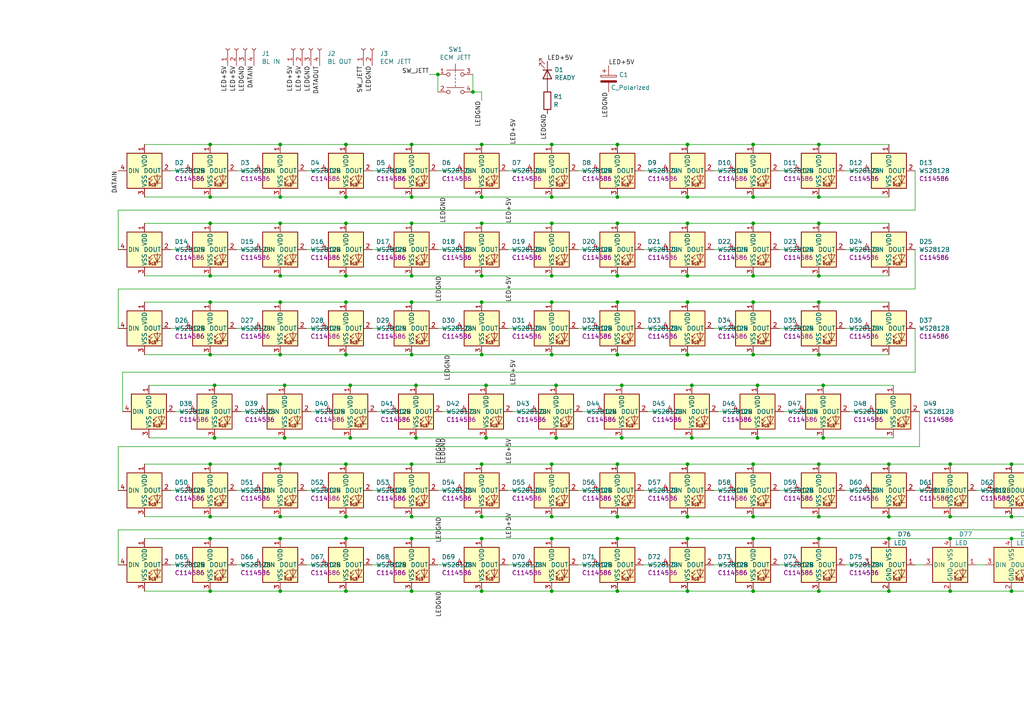
<source format=kicad_sch>
(kicad_sch (version 20211123) (generator eeschema)
  (paper "A4")
  (title_block (title "ECM DISP PANEL") (date "2023-02-10") (rev "3"))
  (junction (at 218.44 149.86))
  (junction (at 200.66 127))
  (junction (at 127 21.59))
  (junction (at 293.37 134.62))
  (junction (at 179.07 80.01))
  (junction (at 237.49 134.62))
  (junction (at 218.44 102.87))
  (junction (at 160.02 41.91))
  (junction (at 179.07 64.77))
  (junction (at 179.07 57.15))
  (junction (at 275.59 156.21))
  (junction (at 257.81 156.21))
  (junction (at 60.96 102.87))
  (junction (at 160.02 57.15))
  (junction (at 81.28 64.77))
  (junction (at 219.71 111.76))
  (junction (at 140.97 111.76))
  (junction (at 237.49 41.91))
  (junction (at 100.33 171.45))
  (junction (at 237.49 149.86))
  (junction (at 60.96 87.63))
  (junction (at 82.55 127))
  (junction (at 100.33 41.91))
  (junction (at 60.96 156.21))
  (junction (at 218.44 80.01))
  (junction (at 139.7 102.87))
  (junction (at 275.59 149.86))
  (junction (at 119.38 149.86))
  (junction (at 179.07 156.21))
  (junction (at 218.44 41.91))
  (junction (at 139.7 41.91))
  (junction (at 199.39 57.15))
  (junction (at 199.39 87.63))
  (junction (at 237.49 57.15))
  (junction (at 81.28 41.91))
  (junction (at 139.7 57.15))
  (junction (at 160.02 87.63))
  (junction (at 180.34 111.76))
  (junction (at 218.44 64.77))
  (junction (at 199.39 134.62))
  (junction (at 60.96 41.91))
  (junction (at 199.39 102.87))
  (junction (at 160.02 171.45))
  (junction (at 199.39 156.21))
  (junction (at 120.65 127))
  (junction (at 120.65 111.76))
  (junction (at 140.97 127))
  (junction (at 275.59 171.45))
  (junction (at 101.6 111.76))
  (junction (at 100.33 64.77))
  (junction (at 139.7 87.63))
  (junction (at 81.28 171.45))
  (junction (at 219.71 127))
  (junction (at 60.96 171.45))
  (junction (at 237.49 171.45))
  (junction (at 139.7 64.77))
  (junction (at 119.38 87.63))
  (junction (at 160.02 64.77))
  (junction (at 257.81 134.62))
  (junction (at 119.38 64.77))
  (junction (at 293.37 149.86))
  (junction (at 81.28 57.15))
  (junction (at 161.29 127))
  (junction (at 180.34 127))
  (junction (at 179.07 134.62))
  (junction (at 81.28 102.87))
  (junction (at 237.49 102.87))
  (junction (at 160.02 134.62))
  (junction (at 119.38 41.91))
  (junction (at 119.38 80.01))
  (junction (at 139.7 156.21))
  (junction (at 81.28 149.86))
  (junction (at 179.07 102.87))
  (junction (at 119.38 156.21))
  (junction (at 199.39 41.91))
  (junction (at 293.37 156.21))
  (junction (at 81.28 134.62))
  (junction (at 199.39 80.01))
  (junction (at 100.33 134.62))
  (junction (at 81.28 80.01))
  (junction (at 218.44 87.63))
  (junction (at 100.33 87.63))
  (junction (at 101.6 127))
  (junction (at 218.44 57.15))
  (junction (at 179.07 171.45))
  (junction (at 119.38 171.45))
  (junction (at 179.07 87.63))
  (junction (at 139.7 171.45))
  (junction (at 139.7 134.62))
  (junction (at 218.44 156.21))
  (junction (at 160.02 156.21))
  (junction (at 275.59 134.62))
  (junction (at 161.29 111.76))
  (junction (at 60.96 64.77))
  (junction (at 237.49 64.77))
  (junction (at 237.49 156.21))
  (junction (at 100.33 149.86))
  (junction (at 119.38 102.87))
  (junction (at 82.55 111.76))
  (junction (at 199.39 171.45))
  (junction (at 81.28 156.21))
  (junction (at 199.39 64.77))
  (junction (at 119.38 134.62))
  (junction (at 60.96 149.86))
  (junction (at 139.7 80.01))
  (junction (at 257.81 149.86))
  (junction (at 119.38 57.15))
  (junction (at 62.23 127))
  (junction (at 81.28 87.63))
  (junction (at 100.33 57.15))
  (junction (at 100.33 80.01))
  (junction (at 218.44 171.45))
  (junction (at 199.39 149.86))
  (junction (at 160.02 149.86))
  (junction (at 218.44 134.62))
  (junction (at 62.23 111.76))
  (junction (at 137.16 26.67))
  (junction (at 60.96 134.62))
  (junction (at 200.66 111.76))
  (junction (at 237.49 87.63))
  (junction (at 139.7 149.86))
  (junction (at 160.02 102.87))
  (junction (at 60.96 80.01))
  (junction (at 238.76 111.76))
  (junction (at 100.33 156.21))
  (junction (at 237.49 80.01))
  (junction (at 60.96 57.15))
  (junction (at 293.37 171.45))
  (junction (at 100.33 102.87))
  (junction (at 179.07 41.91))
  (junction (at 257.81 171.45))
  (junction (at 238.76 127))
  (junction (at 179.07 149.86))
  (junction (at 160.02 80.01))
  (wire (pts (xy 88.9 49.53) (xy 92.71 49.53)))
  (wire (pts (xy 237.49 171.45) (xy 257.81 171.45)))
  (wire (pts (xy 265.43 60.96) (xy 34.29 60.96)))
  (wire (pts (xy 100.33 57.15) (xy 119.38 57.15)))
  (wire (pts (xy 237.49 156.21) (xy 257.81 156.21)))
  (wire (pts (xy 179.07 41.91) (xy 160.02 41.91)))
  (wire (pts (xy 60.96 171.45) (xy 81.28 171.45)))
  (wire (pts (xy 139.7 80.01) (xy 160.02 80.01)))
  (wire (pts (xy 60.96 87.63) (xy 41.91 87.63)))
  (wire (pts (xy 218.44 87.63) (xy 199.39 87.63)))
  (wire (pts (xy 68.58 163.83) (xy 73.66 163.83)))
  (wire (pts (xy 100.33 87.63) (xy 81.28 87.63)))
  (wire (pts (xy 180.34 111.76) (xy 161.29 111.76)))
  (wire (pts (xy 218.44 64.77) (xy 199.39 64.77)))
  (wire (pts (xy 41.91 57.15) (xy 60.96 57.15)))
  (wire (pts (xy 218.44 102.87) (xy 237.49 102.87)))
  (wire (pts (xy 207.01 142.24) (xy 210.82 142.24)))
  (wire (pts (xy 200.66 127) (xy 219.71 127)))
  (wire (pts (xy 62.23 111.76) (xy 43.18 111.76)))
  (wire (pts (xy 257.81 87.63) (xy 237.49 87.63)))
  (wire (pts (xy 199.39 171.45) (xy 218.44 171.45)))
  (wire (pts (xy 186.69 163.83) (xy 191.77 163.83)))
  (wire (pts (xy 238.76 111.76) (xy 219.71 111.76)))
  (wire (pts (xy 82.55 127) (xy 101.6 127)))
  (wire (pts (xy 226.06 95.25) (xy 229.87 95.25)))
  (wire (pts (xy 168.91 119.38) (xy 172.72 119.38)))
  (wire (pts (xy 81.28 57.15) (xy 100.33 57.15)))
  (wire (pts (xy 34.29 129.54) (xy 34.29 142.24)))
  (wire (pts (xy 148.59 119.38) (xy 153.67 119.38)))
  (wire (pts (xy 139.7 26.67) (xy 137.16 26.67)))
  (wire (pts (xy 50.8 119.38) (xy 54.61 119.38)))
  (wire (pts (xy 266.7 119.38) (xy 266.7 129.54)))
  (wire (pts (xy 160.02 87.63) (xy 139.7 87.63)))
  (wire (pts (xy 139.7 29.21) (xy 139.7 26.67)))
  (wire (pts (xy 180.34 127) (xy 200.66 127)))
  (wire (pts (xy 160.02 149.86) (xy 179.07 149.86)))
  (wire (pts (xy 139.7 171.45) (xy 160.02 171.45)))
  (wire (pts (xy 127 142.24) (xy 132.08 142.24)))
  (wire (pts (xy 257.81 41.91) (xy 237.49 41.91)))
  (wire (pts (xy 245.11 142.24) (xy 250.19 142.24)))
  (wire (pts (xy 139.7 156.21) (xy 119.38 156.21)))
  (wire (pts (xy 167.64 49.53) (xy 171.45 49.53)))
  (wire (pts (xy 100.33 171.45) (xy 119.38 171.45)))
  (wire (pts (xy 41.91 102.87) (xy 60.96 102.87)))
  (wire (pts (xy 124.46 21.59) (xy 127 21.59)))
  (wire (pts (xy 101.6 111.76) (xy 82.55 111.76)))
  (wire (pts (xy 293.37 149.86) (xy 275.59 149.86)))
  (wire (pts (xy 100.33 102.87) (xy 119.38 102.87)))
  (wire (pts (xy 237.49 156.21) (xy 218.44 156.21)))
  (wire (pts (xy 200.66 111.76) (xy 180.34 111.76)))
  (wire (pts (xy 160.02 57.15) (xy 179.07 57.15)))
  (wire (pts (xy 161.29 111.76) (xy 140.97 111.76)))
  (wire (pts (xy 139.7 87.63) (xy 119.38 87.63)))
  (wire (pts (xy 139.7 134.62) (xy 119.38 134.62)))
  (wire (pts (xy 140.97 111.76) (xy 120.65 111.76)))
  (wire (pts (xy 179.07 149.86) (xy 199.39 149.86)))
  (wire (pts (xy 119.38 41.91) (xy 100.33 41.91)))
  (wire (pts (xy 257.81 171.45) (xy 275.59 171.45)))
  (wire (pts (xy 218.44 41.91) (xy 199.39 41.91)))
  (wire (pts (xy 179.07 171.45) (xy 199.39 171.45)))
  (wire (pts (xy 199.39 156.21) (xy 179.07 156.21)))
  (wire (pts (xy 199.39 87.63) (xy 179.07 87.63)))
  (wire (pts (xy 186.69 49.53) (xy 191.77 49.53)))
  (wire (pts (xy 265.43 95.25) (xy 265.43 107.95)))
  (wire (pts (xy 107.95 163.83) (xy 111.76 163.83)))
  (wire (pts (xy 119.38 64.77) (xy 100.33 64.77)))
  (wire (pts (xy 207.01 49.53) (xy 210.82 49.53)))
  (wire (pts (xy 218.44 57.15) (xy 237.49 57.15)))
  (wire (pts (xy 90.17 119.38) (xy 93.98 119.38)))
  (wire (pts (xy 167.64 95.25) (xy 171.45 95.25)))
  (wire (pts (xy 179.07 156.21) (xy 160.02 156.21)))
  (wire (pts (xy 265.43 72.39) (xy 265.43 83.82)))
  (wire (pts (xy 43.18 127) (xy 62.23 127)))
  (wire (pts (xy 60.96 134.62) (xy 41.91 134.62)))
  (wire (pts (xy 293.37 171.45) (xy 311.15 171.45)))
  (wire (pts (xy 171.45 72.39) (xy 167.64 72.39)))
  (wire (pts (xy 81.28 80.01) (xy 100.33 80.01)))
  (wire (pts (xy 207.01 95.25) (xy 210.82 95.25)))
  (wire (pts (xy 265.43 49.53) (xy 265.43 60.96)))
  (wire (pts (xy 100.33 149.86) (xy 119.38 149.86)))
  (wire (pts (xy 49.53 95.25) (xy 53.34 95.25)))
  (wire (pts (xy 227.33 119.38) (xy 231.14 119.38)))
  (wire (pts (xy 139.7 41.91) (xy 119.38 41.91)))
  (wire (pts (xy 199.39 41.91) (xy 179.07 41.91)))
  (wire (pts (xy 250.19 72.39) (xy 245.11 72.39)))
  (wire (pts (xy 245.11 49.53) (xy 250.19 49.53)))
  (wire (pts (xy 237.49 41.91) (xy 218.44 41.91)))
  (wire (pts (xy 147.32 95.25) (xy 152.4 95.25)))
  (wire (pts (xy 245.11 163.83) (xy 250.19 163.83)))
  (wire (pts (xy 246.38 119.38) (xy 251.46 119.38)))
  (wire (pts (xy 218.44 171.45) (xy 237.49 171.45)))
  (wire (pts (xy 160.02 156.21) (xy 139.7 156.21)))
  (wire (pts (xy 161.29 127) (xy 180.34 127)))
  (wire (pts (xy 35.56 107.95) (xy 35.56 119.38)))
  (wire (pts (xy 49.53 49.53) (xy 53.34 49.53)))
  (wire (pts (xy 293.37 156.21) (xy 311.15 156.21)))
  (wire (pts (xy 111.76 72.39) (xy 107.95 72.39)))
  (wire (pts (xy 218.44 156.21) (xy 199.39 156.21)))
  (wire (pts (xy 160.02 134.62) (xy 139.7 134.62)))
  (wire (pts (xy 119.38 102.87) (xy 139.7 102.87)))
  (wire (pts (xy 81.28 102.87) (xy 100.33 102.87)))
  (wire (pts (xy 68.58 142.24) (xy 73.66 142.24)))
  (wire (pts (xy 160.02 64.77) (xy 139.7 64.77)))
  (wire (pts (xy 60.96 149.86) (xy 81.28 149.86)))
  (wire (pts (xy 60.96 57.15) (xy 81.28 57.15)))
  (wire (pts (xy 137.16 26.67) (xy 137.16 21.59)))
  (wire (pts (xy 81.28 64.77) (xy 60.96 64.77)))
  (wire (pts (xy 73.66 72.39) (xy 68.58 72.39)))
  (wire (pts (xy 49.53 163.83) (xy 53.34 163.83)))
  (wire (pts (xy 81.28 149.86) (xy 100.33 149.86)))
  (wire (pts (xy 186.69 142.24) (xy 191.77 142.24)))
  (wire (pts (xy 41.91 80.01) (xy 60.96 80.01)))
  (wire (pts (xy 303.53 142.24) (xy 300.99 142.24)))
  (wire (pts (xy 160.02 102.87) (xy 179.07 102.87)))
  (wire (pts (xy 152.4 72.39) (xy 147.32 72.39)))
  (wire (pts (xy 88.9 163.83) (xy 92.71 163.83)))
  (wire (pts (xy 226.06 163.83) (xy 229.87 163.83)))
  (wire (pts (xy 41.91 149.86) (xy 60.96 149.86)))
  (wire (pts (xy 119.38 134.62) (xy 100.33 134.62)))
  (wire (pts (xy 179.07 87.63) (xy 160.02 87.63)))
  (wire (pts (xy 100.33 80.01) (xy 119.38 80.01)))
  (wire (pts (xy 60.96 156.21) (xy 41.91 156.21)))
  (wire (pts (xy 88.9 95.25) (xy 92.71 95.25)))
  (wire (pts (xy 34.29 83.82) (xy 34.29 95.25)))
  (wire (pts (xy 119.38 80.01) (xy 139.7 80.01)))
  (wire (pts (xy 199.39 134.62) (xy 179.07 134.62)))
  (wire (pts (xy 179.07 64.77) (xy 160.02 64.77)))
  (wire (pts (xy 257.81 64.77) (xy 237.49 64.77)))
  (wire (pts (xy 147.32 142.24) (xy 152.4 142.24)))
  (wire (pts (xy 293.37 134.62) (xy 275.59 134.62)))
  (wire (pts (xy 167.64 142.24) (xy 171.45 142.24)))
  (wire (pts (xy 128.27 119.38) (xy 133.35 119.38)))
  (wire (pts (xy 147.32 163.83) (xy 152.4 163.83)))
  (wire (pts (xy 311.15 149.86) (xy 293.37 149.86)))
  (wire (pts (xy 179.07 102.87) (xy 199.39 102.87)))
  (wire (pts (xy 127 163.83) (xy 132.08 163.83)))
  (wire (pts (xy 257.81 156.21) (xy 275.59 156.21)))
  (wire (pts (xy 237.49 134.62) (xy 218.44 134.62)))
  (wire (pts (xy 60.96 80.01) (xy 81.28 80.01)))
  (wire (pts (xy 238.76 127) (xy 259.08 127)))
  (wire (pts (xy 218.44 80.01) (xy 237.49 80.01)))
  (wire (pts (xy 119.38 87.63) (xy 100.33 87.63)))
  (wire (pts (xy 100.33 64.77) (xy 81.28 64.77)))
  (wire (pts (xy 68.58 49.53) (xy 73.66 49.53)))
  (wire (pts (xy 49.53 142.24) (xy 53.34 142.24)))
  (wire (pts (xy 127 49.53) (xy 132.08 49.53)))
  (wire (pts (xy 120.65 111.76) (xy 101.6 111.76)))
  (wire (pts (xy 160.02 41.91) (xy 139.7 41.91)))
  (wire (pts (xy 68.58 95.25) (xy 73.66 95.25)))
  (wire (pts (xy 100.33 41.91) (xy 81.28 41.91)))
  (wire (pts (xy 265.43 107.95) (xy 35.56 107.95)))
  (wire (pts (xy 160.02 171.45) (xy 179.07 171.45)))
  (wire (pts (xy 88.9 142.24) (xy 92.71 142.24)))
  (wire (pts (xy 119.38 171.45) (xy 139.7 171.45)))
  (wire (pts (xy 140.97 127) (xy 161.29 127)))
  (wire (pts (xy 81.28 134.62) (xy 60.96 134.62)))
  (wire (pts (xy 199.39 102.87) (xy 218.44 102.87)))
  (wire (pts (xy 275.59 171.45) (xy 293.37 171.45)))
  (wire (pts (xy 226.06 49.53) (xy 229.87 49.53)))
  (wire (pts (xy 81.28 171.45) (xy 100.33 171.45)))
  (wire (pts (xy 167.64 163.83) (xy 171.45 163.83)))
  (wire (pts (xy 218.44 149.86) (xy 237.49 149.86)))
  (wire (pts (xy 53.34 72.39) (xy 49.53 72.39)))
  (wire (pts (xy 265.43 83.82) (xy 34.29 83.82)))
  (wire (pts (xy 237.49 149.86) (xy 257.81 149.86)))
  (wire (pts (xy 81.28 41.91) (xy 60.96 41.91)))
  (wire (pts (xy 210.82 72.39) (xy 207.01 72.39)))
  (wire (pts (xy 107.95 49.53) (xy 111.76 49.53)))
  (wire (pts (xy 218.44 134.62) (xy 199.39 134.62)))
  (wire (pts (xy 100.33 134.62) (xy 81.28 134.62)))
  (wire (pts (xy 259.08 111.76) (xy 238.76 111.76)))
  (wire (pts (xy 139.7 57.15) (xy 160.02 57.15)))
  (wire (pts (xy 60.96 41.91) (xy 41.91 41.91)))
  (wire (pts (xy 120.65 127) (xy 140.97 127)))
  (wire (pts (xy 199.39 80.01) (xy 218.44 80.01)))
  (wire (pts (xy 267.97 142.24) (xy 265.43 142.24)))
  (wire (pts (xy 219.71 127) (xy 238.76 127)))
  (wire (pts (xy 119.38 156.21) (xy 100.33 156.21)))
  (wire (pts (xy 109.22 119.38) (xy 113.03 119.38)))
  (wire (pts (xy 34.29 60.96) (xy 34.29 72.39)))
  (wire (pts (xy 266.7 129.54) (xy 34.29 129.54)))
  (wire (pts (xy 186.69 95.25) (xy 191.77 95.25)))
  (wire (pts (xy 267.97 163.83) (xy 265.43 163.83)))
  (wire (pts (xy 139.7 149.86) (xy 160.02 149.86)))
  (wire (pts (xy 275.59 149.86) (xy 257.81 149.86)))
  (wire (pts (xy 275.59 156.21) (xy 293.37 156.21)))
  (wire (pts (xy 237.49 87.63) (xy 218.44 87.63)))
  (wire (pts (xy 229.87 72.39) (xy 226.06 72.39)))
  (wire (pts (xy 127 95.25) (xy 132.08 95.25)))
  (wire (pts (xy 139.7 64.77) (xy 119.38 64.77)))
  (wire (pts (xy 199.39 149.86) (xy 218.44 149.86)))
  (wire (pts (xy 107.95 142.24) (xy 111.76 142.24)))
  (wire (pts (xy 237.49 80.01) (xy 257.81 80.01)))
  (wire (pts (xy 208.28 119.38) (xy 212.09 119.38)))
  (wire (pts (xy 100.33 156.21) (xy 81.28 156.21)))
  (wire (pts (xy 318.77 142.24) (xy 318.77 153.67)))
  (wire (pts (xy 257.81 134.62) (xy 237.49 134.62)))
  (wire (pts (xy 132.08 72.39) (xy 127 72.39)))
  (wire (pts (xy 285.75 142.24) (xy 283.21 142.24)))
  (wire (pts (xy 199.39 57.15) (xy 218.44 57.15)))
  (wire (pts (xy 187.96 119.38) (xy 193.04 119.38)))
  (wire (pts (xy 311.15 134.62) (xy 293.37 134.62)))
  (wire (pts (xy 303.53 163.83) (xy 300.99 163.83)))
  (wire (pts (xy 179.07 134.62) (xy 160.02 134.62)))
  (wire (pts (xy 275.59 134.62) (xy 257.81 134.62)))
  (wire (pts (xy 119.38 149.86) (xy 139.7 149.86)))
  (wire (pts (xy 285.75 163.83) (xy 283.21 163.83)))
  (wire (pts (xy 60.96 102.87) (xy 81.28 102.87)))
  (wire (pts (xy 41.91 171.45) (xy 60.96 171.45)))
  (wire (pts (xy 62.23 127) (xy 82.55 127)))
  (wire (pts (xy 199.39 64.77) (xy 179.07 64.77)))
  (wire (pts (xy 179.07 80.01) (xy 199.39 80.01)))
  (wire (pts (xy 237.49 57.15) (xy 257.81 57.15)))
  (wire (pts (xy 237.49 102.87) (xy 257.81 102.87)))
  (wire (pts (xy 119.38 57.15) (xy 139.7 57.15)))
  (wire (pts (xy 245.11 95.25) (xy 250.19 95.25)))
  (wire (pts (xy 34.29 153.67) (xy 34.29 163.83)))
  (wire (pts (xy 207.01 163.83) (xy 210.82 163.83)))
  (wire (pts (xy 147.32 49.53) (xy 152.4 49.53)))
  (wire (pts (xy 226.06 142.24) (xy 229.87 142.24)))
  (wire (pts (xy 92.71 72.39) (xy 88.9 72.39)))
  (wire (pts (xy 81.28 87.63) (xy 60.96 87.63)))
  (wire (pts (xy 81.28 156.21) (xy 60.96 156.21)))
  (wire (pts (xy 237.49 64.77) (xy 218.44 64.77)))
  (wire (pts (xy 127 21.59) (xy 127 26.67)))
  (wire (pts (xy 139.7 102.87) (xy 160.02 102.87)))
  (wire (pts (xy 101.6 127) (xy 120.65 127)))
  (wire (pts (xy 60.96 64.77) (xy 41.91 64.77)))
  (wire (pts (xy 179.07 57.15) (xy 199.39 57.15)))
  (wire (pts (xy 69.85 119.38) (xy 74.93 119.38)))
  (wire (pts (xy 82.55 111.76) (xy 62.23 111.76)))
  (wire (pts (xy 318.77 153.67) (xy 34.29 153.67)))
  (wire (pts (xy 160.02 80.01) (xy 179.07 80.01)))
  (wire (pts (xy 219.71 111.76) (xy 200.66 111.76)))
  (wire (pts (xy 107.95 95.25) (xy 111.76 95.25)))
  (wire (pts (xy 191.77 72.39) (xy 186.69 72.39)))
  (label "LED+5V" (at 68.58 19.05 270))
  (label "LEDGND" (at 107.95 19.05 270))
  (label "LEDGND" (at 139.7 29.21 270))
  (label "LED+5V" (at 158.75 17.78 0))
  (label "DATAOUT" (at 92.71 19.05 270))
  (label "LEDGND" (at 130.81 102.87 270))
  (label "SW_JETT" (at 105.41 19.05 270))
  (label "LED+5V" (at 148.59 156.21 90))
  (label "LED+5V" (at 149.86 41.91 90))
  (label "LED+5V" (at 85.09 19.05 270))
  (label "LED+5V" (at 148.59 87.63 90))
  (label "SW_JETT" (at 124.46 21.59 180))
  (label "LED+5V" (at 149.86 111.76 90))
  (label "LED+5V" (at 66.04 19.05 270))
  (label "DATAIN" (at 73.66 19.05 270))
  (label "LEDGND" (at 71.12 19.05 270))
  (label "LEDGND" (at 129.54 127 270))
  (label "LED+5V" (at 148.59 134.62 90))
  (label "LED+5V" (at 87.63 19.05 270))
  (label "LEDGND" (at 128.27 149.86 270))
  (label "LEDGND" (at 129.54 57.15 270))
  (label "LEDGND" (at 90.17 19.05 270))
  (label "LEDGND" (at 128.27 127 270))
  (label "LED+5V" (at 148.59 64.77 90))
  (label "DATAOUT" (at 318.77 163.83 0))
  (label "LEDGND" (at 176.53 26.67 270))
  (label "LEDGND" (at 128.27 171.45 270))
  (label "DATAIN" (at 34.29 49.53 270))
  (label "LEDGND" (at 158.75 33.02 270))
  (label "LEDGND" (at 128.27 80.01 270))
  (label "LED+5V" (at 176.53 19.05 0))
  (symbol (lib_id "LED:WS2812B") (at 293.37 142.24 0) (unit 1)
    (property "Reference" "D63" (at 302.1076 139.9286 0) (effects (justify left)))
    (property "Value" "WS2812B" (at 302.1076 142.24 0) (effects (justify left)))
    (property "Footprint" "LED_SMD:LED_WS2812B_PLCC4_5.0x5.0mm_P3.2mm" (effects hide))
    (property "Datasheet" "https://cdn-shop.adafruit.com/datasheets/WS2812B.pdf" (effects hide))
    (property "LCSC Part Number" "C114586" (at 302.1076 144.5514 0) (effects (justify left)))
  )
  (symbol (lib_id "LED:WS2812B") (at 311.15 142.24 0) (unit 1)
    (property "Reference" "D64" (at 319.8876 139.9286 0) (effects (justify left)))
    (property "Value" "WS2812B" (at 319.8876 142.24 0) (effects (justify left)))
    (property "Footprint" "LED_SMD:LED_WS2812B_PLCC4_5.0x5.0mm_P3.2mm" (effects hide))
    (property "Datasheet" "https://cdn-shop.adafruit.com/datasheets/WS2812B.pdf" (effects hide))
    (property "LCSC Part Number" "C114586" (at 319.8876 144.5514 0) (effects (justify left)))
  )
  (symbol (lib_id "LED:WS2812B") (at 41.91 163.83 0) (unit 1)
    (property "Reference" "D65" (at 50.6476 161.5186 0) (effects (justify left)))
    (property "Value" "WS2812B" (at 50.6476 163.83 0) (effects (justify left)))
    (property "Footprint" "LED_SMD:LED_WS2812B_PLCC4_5.0x5.0mm_P3.2mm" (effects hide))
    (property "Datasheet" "https://cdn-shop.adafruit.com/datasheets/WS2812B.pdf" (effects hide))
    (property "LCSC Part Number" "C114586" (at 50.6476 166.1414 0) (effects (justify left)))
  )
  (symbol (lib_id "LED:WS2812B") (at 60.96 163.83 0) (unit 1)
    (property "Reference" "D66" (at 69.6976 161.5186 0) (effects (justify left)))
    (property "Value" "WS2812B" (at 69.6976 163.83 0) (effects (justify left)))
    (property "Footprint" "LED_SMD:LED_WS2812B_PLCC4_5.0x5.0mm_P3.2mm" (effects hide))
    (property "Datasheet" "https://cdn-shop.adafruit.com/datasheets/WS2812B.pdf" (effects hide))
    (property "LCSC Part Number" "C114586" (at 69.6976 166.1414 0) (effects (justify left)))
  )
  (symbol (lib_id "LED:WS2812B") (at 81.28 163.83 0) (unit 1)
    (property "Reference" "D67" (at 90.0176 161.5186 0) (effects (justify left)))
    (property "Value" "WS2812B" (at 90.0176 163.83 0) (effects (justify left)))
    (property "Footprint" "LED_SMD:LED_WS2812B_PLCC4_5.0x5.0mm_P3.2mm" (effects hide))
    (property "Datasheet" "https://cdn-shop.adafruit.com/datasheets/WS2812B.pdf" (effects hide))
    (property "LCSC Part Number" "C114586" (at 90.0176 166.1414 0) (effects (justify left)))
  )
  (symbol (lib_id "LED:WS2812B") (at 100.33 163.83 0) (unit 1)
    (property "Reference" "D68" (at 109.0676 161.5186 0) (effects (justify left)))
    (property "Value" "WS2812B" (at 109.0676 163.83 0) (effects (justify left)))
    (property "Footprint" "LED_SMD:LED_WS2812B_PLCC4_5.0x5.0mm_P3.2mm" (effects hide))
    (property "Datasheet" "https://cdn-shop.adafruit.com/datasheets/WS2812B.pdf" (effects hide))
    (property "LCSC Part Number" "C114586" (at 109.0676 166.1414 0) (effects (justify left)))
  )
  (symbol (lib_id "LED:WS2812B") (at 119.38 163.83 0) (unit 1)
    (property "Reference" "D69" (at 128.1176 161.5186 0) (effects (justify left)))
    (property "Value" "WS2812B" (at 128.1176 163.83 0) (effects (justify left)))
    (property "Footprint" "LED_SMD:LED_WS2812B_PLCC4_5.0x5.0mm_P3.2mm" (effects hide))
    (property "Datasheet" "https://cdn-shop.adafruit.com/datasheets/WS2812B.pdf" (effects hide))
    (property "LCSC Part Number" "C114586" (at 128.1176 166.1414 0) (effects (justify left)))
  )
  (symbol (lib_id "LED:WS2812B") (at 139.7 163.83 0) (unit 1)
    (property "Reference" "D70" (at 148.4376 161.5186 0) (effects (justify left)))
    (property "Value" "WS2812B" (at 148.4376 163.83 0) (effects (justify left)))
    (property "Footprint" "LED_SMD:LED_WS2812B_PLCC4_5.0x5.0mm_P3.2mm" (effects hide))
    (property "Datasheet" "https://cdn-shop.adafruit.com/datasheets/WS2812B.pdf" (effects hide))
    (property "LCSC Part Number" "C114586" (at 148.4376 166.1414 0) (effects (justify left)))
  )
  (symbol (lib_id "LED:WS2812B") (at 160.02 163.83 0) (unit 1)
    (property "Reference" "D71" (at 168.7576 161.5186 0) (effects (justify left)))
    (property "Value" "WS2812B" (at 168.7576 163.83 0) (effects (justify left)))
    (property "Footprint" "LED_SMD:LED_WS2812B_PLCC4_5.0x5.0mm_P3.2mm" (effects hide))
    (property "Datasheet" "https://cdn-shop.adafruit.com/datasheets/WS2812B.pdf" (effects hide))
    (property "LCSC Part Number" "C114586" (at 168.7576 166.1414 0) (effects (justify left)))
  )
  (symbol (lib_id "LED:WS2812B") (at 179.07 163.83 0) (unit 1)
    (property "Reference" "D72" (at 187.8076 161.5186 0) (effects (justify left)))
    (property "Value" "WS2812B" (at 187.8076 163.83 0) (effects (justify left)))
    (property "Footprint" "LED_SMD:LED_WS2812B_PLCC4_5.0x5.0mm_P3.2mm" (effects hide))
    (property "Datasheet" "https://cdn-shop.adafruit.com/datasheets/WS2812B.pdf" (effects hide))
    (property "LCSC Part Number" "C114586" (at 187.8076 166.1414 0) (effects (justify left)))
  )
  (symbol (lib_id "LED:WS2812B") (at 199.39 163.83 0) (unit 1)
    (property "Reference" "D73" (at 208.1276 161.5186 0) (effects (justify left)))
    (property "Value" "WS2812B" (at 208.1276 163.83 0) (effects (justify left)))
    (property "Footprint" "LED_SMD:LED_WS2812B_PLCC4_5.0x5.0mm_P3.2mm" (effects hide))
    (property "Datasheet" "https://cdn-shop.adafruit.com/datasheets/WS2812B.pdf" (effects hide))
    (property "LCSC Part Number" "C114586" (at 208.1276 166.1414 0) (effects (justify left)))
  )
  (symbol (lib_id "LED:WS2812B") (at 237.49 163.83 0) (unit 1)
    (property "Reference" "D75" (at 246.2276 161.5186 0) (effects (justify left)))
    (property "Value" "WS2812B" (at 246.2276 163.83 0) (effects (justify left)))
    (property "Footprint" "LED_SMD:LED_WS2812B_PLCC4_5.0x5.0mm_P3.2mm" (effects hide))
    (property "Datasheet" "https://cdn-shop.adafruit.com/datasheets/WS2812B.pdf" (effects hide))
    (property "LCSC Part Number" "C114586" (at 246.2276 166.1414 0) (effects (justify left)))
  )
  (symbol (lib_id "LED:WS2812B") (at 218.44 163.83 0) (unit 1)
    (property "Reference" "D74" (at 227.1776 161.5186 0) (effects (justify left)))
    (property "Value" "WS2812B" (at 227.1776 163.83 0) (effects (justify left)))
    (property "Footprint" "LED_SMD:LED_WS2812B_PLCC4_5.0x5.0mm_P3.2mm" (effects hide))
    (property "Datasheet" "https://cdn-shop.adafruit.com/datasheets/WS2812B.pdf" (effects hide))
    (property "LCSC Part Number" "C114586" (at 227.1776 166.1414 0) (effects (justify left)))
  )
  (symbol (lib_id "Connector:Conn_01x02_Female") (at 105.41 13.97 90) (unit 1)
    (property "Reference" "J3" (at 110.1852 15.5448 90) (effects (justify right)))
    (property "Value" "ECM JETT" (at 110.1852 17.8562 90) (effects (justify right)))
    (property "Footprint" "Connector_Molex:Molex_KK-254_AE-6410-02A_1x02_P2.54mm_Vertical" (effects hide))
  )
  (symbol (lib_id "LED:WS2812B") (at 41.91 49.53 0) (unit 1)
    (property "Reference" "D2" (at 50.6476 47.2186 0) (effects (justify left)))
    (property "Value" "WS2812B" (at 50.6476 49.53 0) (effects (justify left)))
    (property "Footprint" "LED_SMD:LED_WS2812B_PLCC4_5.0x5.0mm_P3.2mm" (effects hide))
    (property "Datasheet" "https://cdn-shop.adafruit.com/datasheets/WS2812B.pdf" (effects hide))
    (property "LCSC Part Number" "C114586" (at 50.6476 51.8414 0) (effects (justify left)))
  )
  (symbol (lib_id "Connector:Conn_01x04_Female") (at 68.58 13.97 90) (unit 1)
    (property "Reference" "J1" (at 75.8952 15.5448 90) (effects (justify right)))
    (property "Value" "BL IN" (at 75.8952 17.8562 90) (effects (justify right)))
    (property "Footprint" "Connector_Molex:Molex_Mini-Fit_Jr_5566-04A_2x02_P4.20mm_Vertical" (effects hide))
  )
  (symbol (lib_id "Connector:Conn_01x04_Female") (at 87.63 13.97 90) (unit 1)
    (property "Reference" "J2" (at 94.9452 15.5448 90) (effects (justify right)))
    (property "Value" "BL OUT" (at 94.9452 17.8562 90) (effects (justify right)))
    (property "Footprint" "Connector_Molex:Molex_Mini-Fit_Jr_5566-04A_2x02_P4.20mm_Vertical" (effects hide))
  )
  (symbol (lib_id "LED:WS2812B") (at 60.96 49.53 0) (unit 1)
    (property "Reference" "D3" (at 69.6976 47.2186 0) (effects (justify left)))
    (property "Value" "WS2812B" (at 69.6976 49.53 0) (effects (justify left)))
    (property "Footprint" "LED_SMD:LED_WS2812B_PLCC4_5.0x5.0mm_P3.2mm" (effects hide))
    (property "Datasheet" "https://cdn-shop.adafruit.com/datasheets/WS2812B.pdf" (effects hide))
    (property "LCSC Part Number" "C114586" (at 69.6976 51.8414 0) (effects (justify left)))
  )
  (symbol (lib_id "LED:WS2812B") (at 81.28 49.53 0) (unit 1)
    (property "Reference" "D4" (at 90.0176 47.2186 0) (effects (justify left)))
    (property "Value" "WS2812B" (at 90.0176 49.53 0) (effects (justify left)))
    (property "Footprint" "LED_SMD:LED_WS2812B_PLCC4_5.0x5.0mm_P3.2mm" (effects hide))
    (property "Datasheet" "https://cdn-shop.adafruit.com/datasheets/WS2812B.pdf" (effects hide))
    (property "LCSC Part Number" "C114586" (at 90.0176 51.8414 0) (effects (justify left)))
  )
  (symbol (lib_id "LED:WS2812B") (at 100.33 49.53 0) (unit 1)
    (property "Reference" "D5" (at 109.0676 47.2186 0) (effects (justify left)))
    (property "Value" "WS2812B" (at 109.0676 49.53 0) (effects (justify left)))
    (property "Footprint" "LED_SMD:LED_WS2812B_PLCC4_5.0x5.0mm_P3.2mm" (effects hide))
    (property "Datasheet" "https://cdn-shop.adafruit.com/datasheets/WS2812B.pdf" (effects hide))
    (property "LCSC Part Number" "C114586" (at 109.0676 51.8414 0) (effects (justify left)))
  )
  (symbol (lib_id "LED:WS2812B") (at 119.38 49.53 0) (unit 1)
    (property "Reference" "D6" (at 128.1176 47.2186 0) (effects (justify left)))
    (property "Value" "WS2812B" (at 128.1176 49.53 0) (effects (justify left)))
    (property "Footprint" "LED_SMD:LED_WS2812B_PLCC4_5.0x5.0mm_P3.2mm" (effects hide))
    (property "Datasheet" "https://cdn-shop.adafruit.com/datasheets/WS2812B.pdf" (effects hide))
    (property "LCSC Part Number" "C114586" (at 128.1176 51.8414 0) (effects (justify left)))
  )
  (symbol (lib_id "LED:WS2812B") (at 139.7 49.53 0) (unit 1)
    (property "Reference" "D7" (at 148.4376 47.2186 0) (effects (justify left)))
    (property "Value" "WS2812B" (at 148.4376 49.53 0) (effects (justify left)))
    (property "Footprint" "LED_SMD:LED_WS2812B_PLCC4_5.0x5.0mm_P3.2mm" (effects hide))
    (property "Datasheet" "https://cdn-shop.adafruit.com/datasheets/WS2812B.pdf" (effects hide))
    (property "LCSC Part Number" "C114586" (at 148.4376 51.8414 0) (effects (justify left)))
  )
  (symbol (lib_id "LED:WS2812B") (at 160.02 49.53 0) (unit 1)
    (property "Reference" "D8" (at 168.7576 47.2186 0) (effects (justify left)))
    (property "Value" "WS2812B" (at 168.7576 49.53 0) (effects (justify left)))
    (property "Footprint" "LED_SMD:LED_WS2812B_PLCC4_5.0x5.0mm_P3.2mm" (effects hide))
    (property "Datasheet" "https://cdn-shop.adafruit.com/datasheets/WS2812B.pdf" (effects hide))
    (property "LCSC Part Number" "C114586" (at 168.7576 51.8414 0) (effects (justify left)))
  )
  (symbol (lib_id "LED:WS2812B") (at 179.07 49.53 0) (unit 1)
    (property "Reference" "D9" (at 187.8076 47.2186 0) (effects (justify left)))
    (property "Value" "WS2812B" (at 187.8076 49.53 0) (effects (justify left)))
    (property "Footprint" "LED_SMD:LED_WS2812B_PLCC4_5.0x5.0mm_P3.2mm" (effects hide))
    (property "Datasheet" "https://cdn-shop.adafruit.com/datasheets/WS2812B.pdf" (effects hide))
    (property "LCSC Part Number" "C114586" (at 187.8076 51.8414 0) (effects (justify left)))
  )
  (symbol (lib_id "LED:WS2812B") (at 199.39 49.53 0) (unit 1)
    (property "Reference" "D10" (at 208.1276 47.2186 0) (effects (justify left)))
    (property "Value" "WS2812B" (at 208.1276 49.53 0) (effects (justify left)))
    (property "Footprint" "LED_SMD:LED_WS2812B_PLCC4_5.0x5.0mm_P3.2mm" (effects hide))
    (property "Datasheet" "https://cdn-shop.adafruit.com/datasheets/WS2812B.pdf" (effects hide))
    (property "LCSC Part Number" "C114586" (at 208.1276 51.8414 0) (effects (justify left)))
  )
  (symbol (lib_id "LED:WS2812B") (at 218.44 49.53 0) (unit 1)
    (property "Reference" "D11" (at 227.1776 47.2186 0) (effects (justify left)))
    (property "Value" "WS2812B" (at 227.1776 49.53 0) (effects (justify left)))
    (property "Footprint" "LED_SMD:LED_WS2812B_PLCC4_5.0x5.0mm_P3.2mm" (effects hide))
    (property "Datasheet" "https://cdn-shop.adafruit.com/datasheets/WS2812B.pdf" (effects hide))
    (property "LCSC Part Number" "C114586" (at 227.1776 51.8414 0) (effects (justify left)))
  )
  (symbol (lib_id "LED:WS2812B") (at 237.49 49.53 0) (unit 1)
    (property "Reference" "D12" (at 246.2276 47.2186 0) (effects (justify left)))
    (property "Value" "WS2812B" (at 246.2276 49.53 0) (effects (justify left)))
    (property "Footprint" "LED_SMD:LED_WS2812B_PLCC4_5.0x5.0mm_P3.2mm" (effects hide))
    (property "Datasheet" "https://cdn-shop.adafruit.com/datasheets/WS2812B.pdf" (effects hide))
    (property "LCSC Part Number" "C114586" (at 246.2276 51.8414 0) (effects (justify left)))
  )
  (symbol (lib_id "LED:WS2812B") (at 257.81 49.53 0) (unit 1)
    (property "Reference" "D13" (at 266.5476 47.2186 0) (effects (justify left)))
    (property "Value" "WS2812B" (at 266.5476 49.53 0) (effects (justify left)))
    (property "Footprint" "LED_SMD:LED_WS2812B_PLCC4_5.0x5.0mm_P3.2mm" (effects hide))
    (property "Datasheet" "https://cdn-shop.adafruit.com/datasheets/WS2812B.pdf" (effects hide))
    (property "LCSC Part Number" "C114586" (at 266.5476 51.8414 0) (effects (justify left)))
  )
  (symbol (lib_id "LED:WS2812B") (at 41.91 72.39 0) (unit 1)
    (property "Reference" "D14" (at 50.6476 70.0786 0) (effects (justify left)))
    (property "Value" "WS2812B" (at 50.6476 72.39 0) (effects (justify left)))
    (property "Footprint" "LED_SMD:LED_WS2812B_PLCC4_5.0x5.0mm_P3.2mm" (effects hide))
    (property "Datasheet" "https://cdn-shop.adafruit.com/datasheets/WS2812B.pdf" (effects hide))
    (property "LCSC Part Number" "C114586" (at 50.6476 74.7014 0) (effects (justify left)))
  )
  (symbol (lib_id "LED:WS2812B") (at 60.96 72.39 0) (unit 1)
    (property "Reference" "D15" (at 69.6976 70.0786 0) (effects (justify left)))
    (property "Value" "WS2812B" (at 69.6976 72.39 0) (effects (justify left)))
    (property "Footprint" "LED_SMD:LED_WS2812B_PLCC4_5.0x5.0mm_P3.2mm" (effects hide))
    (property "Datasheet" "https://cdn-shop.adafruit.com/datasheets/WS2812B.pdf" (effects hide))
    (property "LCSC Part Number" "C114586" (at 69.6976 74.7014 0) (effects (justify left)))
  )
  (symbol (lib_id "LED:WS2812B") (at 81.28 72.39 0) (unit 1)
    (property "Reference" "D16" (at 90.0176 70.0786 0) (effects (justify left)))
    (property "Value" "WS2812B" (at 90.0176 72.39 0) (effects (justify left)))
    (property "Footprint" "LED_SMD:LED_WS2812B_PLCC4_5.0x5.0mm_P3.2mm" (effects hide))
    (property "Datasheet" "https://cdn-shop.adafruit.com/datasheets/WS2812B.pdf" (effects hide))
    (property "LCSC Part Number" "C114586" (at 90.0176 74.7014 0) (effects (justify left)))
  )
  (symbol (lib_id "LED:WS2812B") (at 100.33 72.39 0) (unit 1)
    (property "Reference" "D17" (at 109.0676 70.0786 0) (effects (justify left)))
    (property "Value" "WS2812B" (at 109.0676 72.39 0) (effects (justify left)))
    (property "Footprint" "LED_SMD:LED_WS2812B_PLCC4_5.0x5.0mm_P3.2mm" (effects hide))
    (property "Datasheet" "https://cdn-shop.adafruit.com/datasheets/WS2812B.pdf" (effects hide))
    (property "LCSC Part Number" "C114586" (at 109.0676 74.7014 0) (effects (justify left)))
  )
  (symbol (lib_id "LED:WS2812B") (at 119.38 72.39 0) (unit 1)
    (property "Reference" "D18" (at 128.1176 70.0786 0) (effects (justify left)))
    (property "Value" "WS2812B" (at 128.1176 72.39 0) (effects (justify left)))
    (property "Footprint" "LED_SMD:LED_WS2812B_PLCC4_5.0x5.0mm_P3.2mm" (effects hide))
    (property "Datasheet" "https://cdn-shop.adafruit.com/datasheets/WS2812B.pdf" (effects hide))
    (property "LCSC Part Number" "C114586" (at 128.1176 74.7014 0) (effects (justify left)))
  )
  (symbol (lib_id "LED:WS2812B") (at 139.7 72.39 0) (unit 1)
    (property "Reference" "D19" (at 148.4376 70.0786 0) (effects (justify left)))
    (property "Value" "WS2812B" (at 148.4376 72.39 0) (effects (justify left)))
    (property "Footprint" "LED_SMD:LED_WS2812B_PLCC4_5.0x5.0mm_P3.2mm" (effects hide))
    (property "Datasheet" "https://cdn-shop.adafruit.com/datasheets/WS2812B.pdf" (effects hide))
    (property "LCSC Part Number" "C114586" (at 148.4376 74.7014 0) (effects (justify left)))
  )
  (symbol (lib_id "LED:WS2812B") (at 160.02 72.39 0) (unit 1)
    (property "Reference" "D20" (at 168.7576 70.0786 0) (effects (justify left)))
    (property "Value" "WS2812B" (at 168.7576 72.39 0) (effects (justify left)))
    (property "Footprint" "LED_SMD:LED_WS2812B_PLCC4_5.0x5.0mm_P3.2mm" (effects hide))
    (property "Datasheet" "https://cdn-shop.adafruit.com/datasheets/WS2812B.pdf" (effects hide))
    (property "LCSC Part Number" "C114586" (at 168.7576 74.7014 0) (effects (justify left)))
  )
  (symbol (lib_id "LED:WS2812B") (at 179.07 72.39 0) (unit 1)
    (property "Reference" "D21" (at 187.8076 70.0786 0) (effects (justify left)))
    (property "Value" "WS2812B" (at 187.8076 72.39 0) (effects (justify left)))
    (property "Footprint" "LED_SMD:LED_WS2812B_PLCC4_5.0x5.0mm_P3.2mm" (effects hide))
    (property "Datasheet" "https://cdn-shop.adafruit.com/datasheets/WS2812B.pdf" (effects hide))
    (property "LCSC Part Number" "C114586" (at 187.8076 74.7014 0) (effects (justify left)))
  )
  (symbol (lib_id "LED:WS2812B") (at 199.39 72.39 0) (unit 1)
    (property "Reference" "D22" (at 208.1276 70.0786 0) (effects (justify left)))
    (property "Value" "WS2812B" (at 208.1276 72.39 0) (effects (justify left)))
    (property "Footprint" "LED_SMD:LED_WS2812B_PLCC4_5.0x5.0mm_P3.2mm" (effects hide))
    (property "Datasheet" "https://cdn-shop.adafruit.com/datasheets/WS2812B.pdf" (effects hide))
    (property "LCSC Part Number" "C114586" (at 208.1276 74.7014 0) (effects (justify left)))
  )
  (symbol (lib_id "LED:WS2812B") (at 218.44 72.39 0) (unit 1)
    (property "Reference" "D23" (at 227.1776 70.0786 0) (effects (justify left)))
    (property "Value" "WS2812B" (at 227.1776 72.39 0) (effects (justify left)))
    (property "Footprint" "LED_SMD:LED_WS2812B_PLCC4_5.0x5.0mm_P3.2mm" (effects hide))
    (property "Datasheet" "https://cdn-shop.adafruit.com/datasheets/WS2812B.pdf" (effects hide))
    (property "LCSC Part Number" "C114586" (at 227.1776 74.7014 0) (effects (justify left)))
  )
  (symbol (lib_id "LED:WS2812B") (at 237.49 72.39 0) (unit 1)
    (property "Reference" "D24" (at 246.2276 70.0786 0) (effects (justify left)))
    (property "Value" "WS2812B" (at 246.2276 72.39 0) (effects (justify left)))
    (property "Footprint" "LED_SMD:LED_WS2812B_PLCC4_5.0x5.0mm_P3.2mm" (effects hide))
    (property "Datasheet" "https://cdn-shop.adafruit.com/datasheets/WS2812B.pdf" (effects hide))
    (property "LCSC Part Number" "C114586" (at 246.2276 74.7014 0) (effects (justify left)))
  )
  (symbol (lib_id "LED:WS2812B") (at 257.81 72.39 0) (unit 1)
    (property "Reference" "D25" (at 266.5476 70.0786 0) (effects (justify left)))
    (property "Value" "WS2812B" (at 266.5476 72.39 0) (effects (justify left)))
    (property "Footprint" "LED_SMD:LED_WS2812B_PLCC4_5.0x5.0mm_P3.2mm" (effects hide))
    (property "Datasheet" "https://cdn-shop.adafruit.com/datasheets/WS2812B.pdf" (effects hide))
    (property "LCSC Part Number" "C114586" (at 266.5476 74.7014 0) (effects (justify left)))
  )
  (symbol (lib_id "LED:WS2812B") (at 41.91 95.25 0) (unit 1)
    (property "Reference" "D26" (at 50.6476 92.9386 0) (effects (justify left)))
    (property "Value" "WS2812B" (at 50.6476 95.25 0) (effects (justify left)))
    (property "Footprint" "LED_SMD:LED_WS2812B_PLCC4_5.0x5.0mm_P3.2mm" (effects hide))
    (property "Datasheet" "https://cdn-shop.adafruit.com/datasheets/WS2812B.pdf" (effects hide))
    (property "LCSC Part Number" "C114586" (at 50.6476 97.5614 0) (effects (justify left)))
  )
  (symbol (lib_id "LED:WS2812B") (at 60.96 95.25 0) (unit 1)
    (property "Reference" "D27" (at 69.6976 92.9386 0) (effects (justify left)))
    (property "Value" "WS2812B" (at 69.6976 95.25 0) (effects (justify left)))
    (property "Footprint" "LED_SMD:LED_WS2812B_PLCC4_5.0x5.0mm_P3.2mm" (effects hide))
    (property "Datasheet" "https://cdn-shop.adafruit.com/datasheets/WS2812B.pdf" (effects hide))
    (property "LCSC Part Number" "C114586" (at 69.6976 97.5614 0) (effects (justify left)))
  )
  (symbol (lib_id "LED:WS2812B") (at 81.28 95.25 0) (unit 1)
    (property "Reference" "D28" (at 90.0176 92.9386 0) (effects (justify left)))
    (property "Value" "WS2812B" (at 90.0176 95.25 0) (effects (justify left)))
    (property "Footprint" "LED_SMD:LED_WS2812B_PLCC4_5.0x5.0mm_P3.2mm" (effects hide))
    (property "Datasheet" "https://cdn-shop.adafruit.com/datasheets/WS2812B.pdf" (effects hide))
    (property "LCSC Part Number" "C114586" (at 90.0176 97.5614 0) (effects (justify left)))
  )
  (symbol (lib_id "LED:WS2812B") (at 100.33 95.25 0) (unit 1)
    (property "Reference" "D29" (at 109.0676 92.9386 0) (effects (justify left)))
    (property "Value" "WS2812B" (at 109.0676 95.25 0) (effects (justify left)))
    (property "Footprint" "LED_SMD:LED_WS2812B_PLCC4_5.0x5.0mm_P3.2mm" (effects hide))
    (property "Datasheet" "https://cdn-shop.adafruit.com/datasheets/WS2812B.pdf" (effects hide))
    (property "LCSC Part Number" "C114586" (at 109.0676 97.5614 0) (effects (justify left)))
  )
  (symbol (lib_id "LED:WS2812B") (at 119.38 95.25 0) (unit 1)
    (property "Reference" "D30" (at 128.1176 92.9386 0) (effects (justify left)))
    (property "Value" "WS2812B" (at 128.1176 95.25 0) (effects (justify left)))
    (property "Footprint" "LED_SMD:LED_WS2812B_PLCC4_5.0x5.0mm_P3.2mm" (effects hide))
    (property "Datasheet" "https://cdn-shop.adafruit.com/datasheets/WS2812B.pdf" (effects hide))
    (property "LCSC Part Number" "C114586" (at 128.1176 97.5614 0) (effects (justify left)))
  )
  (symbol (lib_id "LED:WS2812B") (at 139.7 95.25 0) (unit 1)
    (property "Reference" "D31" (at 148.4376 92.9386 0) (effects (justify left)))
    (property "Value" "WS2812B" (at 148.4376 95.25 0) (effects (justify left)))
    (property "Footprint" "LED_SMD:LED_WS2812B_PLCC4_5.0x5.0mm_P3.2mm" (effects hide))
    (property "Datasheet" "https://cdn-shop.adafruit.com/datasheets/WS2812B.pdf" (effects hide))
    (property "LCSC Part Number" "C114586" (at 148.4376 97.5614 0) (effects (justify left)))
  )
  (symbol (lib_id "LED:WS2812B") (at 160.02 95.25 0) (unit 1)
    (property "Reference" "D32" (at 168.7576 92.9386 0) (effects (justify left)))
    (property "Value" "WS2812B" (at 168.7576 95.25 0) (effects (justify left)))
    (property "Footprint" "LED_SMD:LED_WS2812B_PLCC4_5.0x5.0mm_P3.2mm" (effects hide))
    (property "Datasheet" "https://cdn-shop.adafruit.com/datasheets/WS2812B.pdf" (effects hide))
    (property "LCSC Part Number" "C114586" (at 168.7576 97.5614 0) (effects (justify left)))
  )
  (symbol (lib_id "LED:WS2812B") (at 179.07 95.25 0) (unit 1)
    (property "Reference" "D33" (at 187.8076 92.9386 0) (effects (justify left)))
    (property "Value" "WS2812B" (at 187.8076 95.25 0) (effects (justify left)))
    (property "Footprint" "LED_SMD:LED_WS2812B_PLCC4_5.0x5.0mm_P3.2mm" (effects hide))
    (property "Datasheet" "https://cdn-shop.adafruit.com/datasheets/WS2812B.pdf" (effects hide))
    (property "LCSC Part Number" "C114586" (at 187.8076 97.5614 0) (effects (justify left)))
  )
  (symbol (lib_id "LED:WS2812B") (at 199.39 95.25 0) (unit 1)
    (property "Reference" "D34" (at 208.1276 92.9386 0) (effects (justify left)))
    (property "Value" "WS2812B" (at 208.1276 95.25 0) (effects (justify left)))
    (property "Footprint" "LED_SMD:LED_WS2812B_PLCC4_5.0x5.0mm_P3.2mm" (effects hide))
    (property "Datasheet" "https://cdn-shop.adafruit.com/datasheets/WS2812B.pdf" (effects hide))
    (property "LCSC Part Number" "C114586" (at 208.1276 97.5614 0) (effects (justify left)))
  )
  (symbol (lib_id "LED:WS2812B") (at 218.44 95.25 0) (unit 1)
    (property "Reference" "D35" (at 227.1776 92.9386 0) (effects (justify left)))
    (property "Value" "WS2812B" (at 227.1776 95.25 0) (effects (justify left)))
    (property "Footprint" "LED_SMD:LED_WS2812B_PLCC4_5.0x5.0mm_P3.2mm" (effects hide))
    (property "Datasheet" "https://cdn-shop.adafruit.com/datasheets/WS2812B.pdf" (effects hide))
    (property "LCSC Part Number" "C114586" (at 227.1776 97.5614 0) (effects (justify left)))
  )
  (symbol (lib_id "LED:WS2812B") (at 237.49 95.25 0) (unit 1)
    (property "Reference" "D36" (at 246.2276 92.9386 0) (effects (justify left)))
    (property "Value" "WS2812B" (at 246.2276 95.25 0) (effects (justify left)))
    (property "Footprint" "LED_SMD:LED_WS2812B_PLCC4_5.0x5.0mm_P3.2mm" (effects hide))
    (property "Datasheet" "https://cdn-shop.adafruit.com/datasheets/WS2812B.pdf" (effects hide))
    (property "LCSC Part Number" "C114586" (at 246.2276 97.5614 0) (effects (justify left)))
  )
  (symbol (lib_id "LED:WS2812B") (at 257.81 95.25 0) (unit 1)
    (property "Reference" "D37" (at 266.5476 92.9386 0) (effects (justify left)))
    (property "Value" "WS2812B" (at 266.5476 95.25 0) (effects (justify left)))
    (property "Footprint" "LED_SMD:LED_WS2812B_PLCC4_5.0x5.0mm_P3.2mm" (effects hide))
    (property "Datasheet" "https://cdn-shop.adafruit.com/datasheets/WS2812B.pdf" (effects hide))
    (property "LCSC Part Number" "C114586" (at 266.5476 97.5614 0) (effects (justify left)))
  )
  (symbol (lib_id "LED:WS2812B") (at 43.18 119.38 0) (unit 1)
    (property "Reference" "D38" (at 51.9176 117.0686 0) (effects (justify left)))
    (property "Value" "WS2812B" (at 51.9176 119.38 0) (effects (justify left)))
    (property "Footprint" "LED_SMD:LED_WS2812B_PLCC4_5.0x5.0mm_P3.2mm" (effects hide))
    (property "Datasheet" "https://cdn-shop.adafruit.com/datasheets/WS2812B.pdf" (effects hide))
    (property "LCSC Part Number" "C114586" (at 51.9176 121.6914 0) (effects (justify left)))
  )
  (symbol (lib_id "LED:WS2812B") (at 62.23 119.38 0) (unit 1)
    (property "Reference" "D39" (at 70.9676 117.0686 0) (effects (justify left)))
    (property "Value" "WS2812B" (at 70.9676 119.38 0) (effects (justify left)))
    (property "Footprint" "LED_SMD:LED_WS2812B_PLCC4_5.0x5.0mm_P3.2mm" (effects hide))
    (property "Datasheet" "https://cdn-shop.adafruit.com/datasheets/WS2812B.pdf" (effects hide))
    (property "LCSC Part Number" "C114586" (at 70.9676 121.6914 0) (effects (justify left)))
  )
  (symbol (lib_id "LED:WS2812B") (at 82.55 119.38 0) (unit 1)
    (property "Reference" "D40" (at 91.2876 117.0686 0) (effects (justify left)))
    (property "Value" "WS2812B" (at 91.2876 119.38 0) (effects (justify left)))
    (property "Footprint" "LED_SMD:LED_WS2812B_PLCC4_5.0x5.0mm_P3.2mm" (effects hide))
    (property "Datasheet" "https://cdn-shop.adafruit.com/datasheets/WS2812B.pdf" (effects hide))
    (property "LCSC Part Number" "C114586" (at 91.2876 121.6914 0) (effects (justify left)))
  )
  (symbol (lib_id "LED:WS2812B") (at 101.6 119.38 0) (unit 1)
    (property "Reference" "D41" (at 110.3376 117.0686 0) (effects (justify left)))
    (property "Value" "WS2812B" (at 110.3376 119.38 0) (effects (justify left)))
    (property "Footprint" "LED_SMD:LED_WS2812B_PLCC4_5.0x5.0mm_P3.2mm" (effects hide))
    (property "Datasheet" "https://cdn-shop.adafruit.com/datasheets/WS2812B.pdf" (effects hide))
    (property "LCSC Part Number" "C114586" (at 110.3376 121.6914 0) (effects (justify left)))
  )
  (symbol (lib_id "LED:WS2812B") (at 120.65 119.38 0) (unit 1)
    (property "Reference" "D42" (at 129.3876 117.0686 0) (effects (justify left)))
    (property "Value" "WS2812B" (at 129.3876 119.38 0) (effects (justify left)))
    (property "Footprint" "LED_SMD:LED_WS2812B_PLCC4_5.0x5.0mm_P3.2mm" (effects hide))
    (property "Datasheet" "https://cdn-shop.adafruit.com/datasheets/WS2812B.pdf" (effects hide))
    (property "LCSC Part Number" "C114586" (at 129.3876 121.6914 0) (effects (justify left)))
  )
  (symbol (lib_id "LED:WS2812B") (at 140.97 119.38 0) (unit 1)
    (property "Reference" "D43" (at 149.7076 117.0686 0) (effects (justify left)))
    (property "Value" "WS2812B" (at 149.7076 119.38 0) (effects (justify left)))
    (property "Footprint" "LED_SMD:LED_WS2812B_PLCC4_5.0x5.0mm_P3.2mm" (effects hide))
    (property "Datasheet" "https://cdn-shop.adafruit.com/datasheets/WS2812B.pdf" (effects hide))
    (property "LCSC Part Number" "C114586" (at 149.7076 121.6914 0) (effects (justify left)))
  )
  (symbol (lib_id "LED:WS2812B") (at 161.29 119.38 0) (unit 1)
    (property "Reference" "D44" (at 170.0276 117.0686 0) (effects (justify left)))
    (property "Value" "WS2812B" (at 170.0276 119.38 0) (effects (justify left)))
    (property "Footprint" "LED_SMD:LED_WS2812B_PLCC4_5.0x5.0mm_P3.2mm" (effects hide))
    (property "Datasheet" "https://cdn-shop.adafruit.com/datasheets/WS2812B.pdf" (effects hide))
    (property "LCSC Part Number" "C114586" (at 170.0276 121.6914 0) (effects (justify left)))
  )
  (symbol (lib_id "LED:WS2812B") (at 180.34 119.38 0) (unit 1)
    (property "Reference" "D45" (at 189.0776 117.0686 0) (effects (justify left)))
    (property "Value" "WS2812B" (at 189.0776 119.38 0) (effects (justify left)))
    (property "Footprint" "LED_SMD:LED_WS2812B_PLCC4_5.0x5.0mm_P3.2mm" (effects hide))
    (property "Datasheet" "https://cdn-shop.adafruit.com/datasheets/WS2812B.pdf" (effects hide))
    (property "LCSC Part Number" "C114586" (at 189.0776 121.6914 0) (effects (justify left)))
  )
  (symbol (lib_id "LED:WS2812B") (at 200.66 119.38 0) (unit 1)
    (property "Reference" "D46" (at 209.3976 117.0686 0) (effects (justify left)))
    (property "Value" "WS2812B" (at 209.3976 119.38 0) (effects (justify left)))
    (property "Footprint" "LED_SMD:LED_WS2812B_PLCC4_5.0x5.0mm_P3.2mm" (effects hide))
    (property "Datasheet" "https://cdn-shop.adafruit.com/datasheets/WS2812B.pdf" (effects hide))
    (property "LCSC Part Number" "C114586" (at 209.3976 121.6914 0) (effects (justify left)))
  )
  (symbol (lib_id "LED:WS2812B") (at 238.76 119.38 0) (unit 1)
    (property "Reference" "D48" (at 247.4976 117.0686 0) (effects (justify left)))
    (property "Value" "WS2812B" (at 247.4976 119.38 0) (effects (justify left)))
    (property "Footprint" "LED_SMD:LED_WS2812B_PLCC4_5.0x5.0mm_P3.2mm" (effects hide))
    (property "Datasheet" "https://cdn-shop.adafruit.com/datasheets/WS2812B.pdf" (effects hide))
    (property "LCSC Part Number" "C114586" (at 247.4976 121.6914 0) (effects (justify left)))
  )
  (symbol (lib_id "LED:WS2812B") (at 259.08 119.38 0) (unit 1)
    (property "Reference" "D49" (at 267.8176 117.0686 0) (effects (justify left)))
    (property "Value" "WS2812B" (at 267.8176 119.38 0) (effects (justify left)))
    (property "Footprint" "LED_SMD:LED_WS2812B_PLCC4_5.0x5.0mm_P3.2mm" (effects hide))
    (property "Datasheet" "https://cdn-shop.adafruit.com/datasheets/WS2812B.pdf" (effects hide))
    (property "LCSC Part Number" "C114586" (at 267.8176 121.6914 0) (effects (justify left)))
  )
  (symbol (lib_id "LED:WS2812B") (at 219.71 119.38 0) (unit 1)
    (property "Reference" "D47" (at 228.4476 117.0686 0) (effects (justify left)))
    (property "Value" "WS2812B" (at 228.4476 119.38 0) (effects (justify left)))
    (property "Footprint" "LED_SMD:LED_WS2812B_PLCC4_5.0x5.0mm_P3.2mm" (effects hide))
    (property "Datasheet" "https://cdn-shop.adafruit.com/datasheets/WS2812B.pdf" (effects hide))
    (property "LCSC Part Number" "C114586" (at 228.4476 121.6914 0) (effects (justify left)))
  )
  (symbol (lib_id "LED:WS2812B") (at 41.91 142.24 0) (unit 1)
    (property "Reference" "D50" (at 50.6476 139.9286 0) (effects (justify left)))
    (property "Value" "WS2812B" (at 50.6476 142.24 0) (effects (justify left)))
    (property "Footprint" "LED_SMD:LED_WS2812B_PLCC4_5.0x5.0mm_P3.2mm" (effects hide))
    (property "Datasheet" "https://cdn-shop.adafruit.com/datasheets/WS2812B.pdf" (effects hide))
    (property "LCSC Part Number" "C114586" (at 50.6476 144.5514 0) (effects (justify left)))
  )
  (symbol (lib_id "LED:WS2812B") (at 60.96 142.24 0) (unit 1)
    (property "Reference" "D51" (at 69.6976 139.9286 0) (effects (justify left)))
    (property "Value" "WS2812B" (at 69.6976 142.24 0) (effects (justify left)))
    (property "Footprint" "LED_SMD:LED_WS2812B_PLCC4_5.0x5.0mm_P3.2mm" (effects hide))
    (property "Datasheet" "https://cdn-shop.adafruit.com/datasheets/WS2812B.pdf" (effects hide))
    (property "LCSC Part Number" "C114586" (at 69.6976 144.5514 0) (effects (justify left)))
  )
  (symbol (lib_id "LED:WS2812B") (at 81.28 142.24 0) (unit 1)
    (property "Reference" "D52" (at 90.0176 139.9286 0) (effects (justify left)))
    (property "Value" "WS2812B" (at 90.0176 142.24 0) (effects (justify left)))
    (property "Footprint" "LED_SMD:LED_WS2812B_PLCC4_5.0x5.0mm_P3.2mm" (effects hide))
    (property "Datasheet" "https://cdn-shop.adafruit.com/datasheets/WS2812B.pdf" (effects hide))
    (property "LCSC Part Number" "C114586" (at 90.0176 144.5514 0) (effects (justify left)))
  )
  (symbol (lib_id "LED:WS2812B") (at 100.33 142.24 0) (unit 1)
    (property "Reference" "D53" (at 109.0676 139.9286 0) (effects (justify left)))
    (property "Value" "WS2812B" (at 109.0676 142.24 0) (effects (justify left)))
    (property "Footprint" "LED_SMD:LED_WS2812B_PLCC4_5.0x5.0mm_P3.2mm" (effects hide))
    (property "Datasheet" "https://cdn-shop.adafruit.com/datasheets/WS2812B.pdf" (effects hide))
    (property "LCSC Part Number" "C114586" (at 109.0676 144.5514 0) (effects (justify left)))
  )
  (symbol (lib_id "LED:WS2812B") (at 119.38 142.24 0) (unit 1)
    (property "Reference" "D54" (at 128.1176 139.9286 0) (effects (justify left)))
    (property "Value" "WS2812B" (at 128.1176 142.24 0) (effects (justify left)))
    (property "Footprint" "LED_SMD:LED_WS2812B_PLCC4_5.0x5.0mm_P3.2mm" (effects hide))
    (property "Datasheet" "https://cdn-shop.adafruit.com/datasheets/WS2812B.pdf" (effects hide))
    (property "LCSC Part Number" "C114586" (at 128.1176 144.5514 0) (effects (justify left)))
  )
  (symbol (lib_id "LED:WS2812B") (at 139.7 142.24 0) (unit 1)
    (property "Reference" "D55" (at 148.4376 139.9286 0) (effects (justify left)))
    (property "Value" "WS2812B" (at 148.4376 142.24 0) (effects (justify left)))
    (property "Footprint" "LED_SMD:LED_WS2812B_PLCC4_5.0x5.0mm_P3.2mm" (effects hide))
    (property "Datasheet" "https://cdn-shop.adafruit.com/datasheets/WS2812B.pdf" (effects hide))
    (property "LCSC Part Number" "C114586" (at 148.4376 144.5514 0) (effects (justify left)))
  )
  (symbol (lib_id "LED:WS2812B") (at 160.02 142.24 0) (unit 1)
    (property "Reference" "D56" (at 168.7576 139.9286 0) (effects (justify left)))
    (property "Value" "WS2812B" (at 168.7576 142.24 0) (effects (justify left)))
    (property "Footprint" "LED_SMD:LED_WS2812B_PLCC4_5.0x5.0mm_P3.2mm" (effects hide))
    (property "Datasheet" "https://cdn-shop.adafruit.com/datasheets/WS2812B.pdf" (effects hide))
    (property "LCSC Part Number" "C114586" (at 168.7576 144.5514 0) (effects (justify left)))
  )
  (symbol (lib_id "LED:WS2812B") (at 179.07 142.24 0) (unit 1)
    (property "Reference" "D57" (at 187.8076 139.9286 0) (effects (justify left)))
    (property "Value" "WS2812B" (at 187.8076 142.24 0) (effects (justify left)))
    (property "Footprint" "LED_SMD:LED_WS2812B_PLCC4_5.0x5.0mm_P3.2mm" (effects hide))
    (property "Datasheet" "https://cdn-shop.adafruit.com/datasheets/WS2812B.pdf" (effects hide))
    (property "LCSC Part Number" "C114586" (at 187.8076 144.5514 0) (effects (justify left)))
  )
  (symbol (lib_id "LED:WS2812B") (at 199.39 142.24 0) (unit 1)
    (property "Reference" "D58" (at 208.1276 139.9286 0) (effects (justify left)))
    (property "Value" "WS2812B" (at 208.1276 142.24 0) (effects (justify left)))
    (property "Footprint" "LED_SMD:LED_WS2812B_PLCC4_5.0x5.0mm_P3.2mm" (effects hide))
    (property "Datasheet" "https://cdn-shop.adafruit.com/datasheets/WS2812B.pdf" (effects hide))
    (property "LCSC Part Number" "C114586" (at 208.1276 144.5514 0) (effects (justify left)))
  )
  (symbol (lib_id "LED:WS2812B") (at 237.49 142.24 0) (unit 1)
    (property "Reference" "D60" (at 246.2276 139.9286 0) (effects (justify left)))
    (property "Value" "WS2812B" (at 246.2276 142.24 0) (effects (justify left)))
    (property "Footprint" "LED_SMD:LED_WS2812B_PLCC4_5.0x5.0mm_P3.2mm" (effects hide))
    (property "Datasheet" "https://cdn-shop.adafruit.com/datasheets/WS2812B.pdf" (effects hide))
    (property "LCSC Part Number" "C114586" (at 246.2276 144.5514 0) (effects (justify left)))
  )
  (symbol (lib_id "LED:WS2812B") (at 257.81 142.24 0) (unit 1)
    (property "Reference" "D61" (at 266.5476 139.9286 0) (effects (justify left)))
    (property "Value" "WS2812B" (at 266.5476 142.24 0) (effects (justify left)))
    (property "Footprint" "LED_SMD:LED_WS2812B_PLCC4_5.0x5.0mm_P3.2mm" (effects hide))
    (property "Datasheet" "https://cdn-shop.adafruit.com/datasheets/WS2812B.pdf" (effects hide))
    (property "LCSC Part Number" "C114586" (at 266.5476 144.5514 0) (effects (justify left)))
  )
  (symbol (lib_id "LED:WS2812B") (at 218.44 142.24 0) (unit 1)
    (property "Reference" "D59" (at 227.1776 139.9286 0) (effects (justify left)))
    (property "Value" "WS2812B" (at 227.1776 142.24 0) (effects (justify left)))
    (property "Footprint" "LED_SMD:LED_WS2812B_PLCC4_5.0x5.0mm_P3.2mm" (effects hide))
    (property "Datasheet" "https://cdn-shop.adafruit.com/datasheets/WS2812B.pdf" (effects hide))
    (property "LCSC Part Number" "C114586" (at 227.1776 144.5514 0) (effects (justify left)))
  )
  (symbol (lib_id "LED:WS2812B") (at 275.59 142.24 0) (unit 1)
    (property "Reference" "D62" (at 284.3276 139.9286 0) (effects (justify left)))
    (property "Value" "WS2812B" (at 284.3276 142.24 0) (effects (justify left)))
    (property "Footprint" "LED_SMD:LED_WS2812B_PLCC4_5.0x5.0mm_P3.2mm" (effects hide))
    (property "Datasheet" "https://cdn-shop.adafruit.com/datasheets/WS2812B.pdf" (effects hide))
    (property "LCSC Part Number" "C114586" (at 284.3276 144.5514 0) (effects (justify left)))
  )
  (symbol (lib_id "Device:LED") (at 158.75 21.59 270) (unit 1)
    (property "Reference" "D1" (at 160.782 20.2438 90) (effects (justify left)))
    (property "Value" "READY" (at 160.782 22.5552 90) (effects (justify left)))
    (property "Footprint" "LED_THT:LED_D3.0mm" (effects hide))
  )
  (symbol (lib_id "Device:R") (at 158.75 29.21 0) (unit 1)
    (property "Reference" "R1" (at 160.528 28.0416 0) (effects (justify left)))
    (property "Value" "R" (at 160.528 30.353 0) (effects (justify left)))
    (property "Footprint" "Resistor_SMD:R_0603_1608Metric" (effects hide))
    (property "LCSC" "C23138" (effects hide))
  )
  (symbol (lib_id "Device:C_Polarized") (at 176.53 22.86 0) (unit 1)
    (property "Reference" "C1" (at 179.5272 21.6916 0) (effects (justify left)))
    (property "Value" "C_Polarized" (at 177.165 25.4 0) (effects (justify left)))
    (property "Footprint" "Capacitor_SMD:CP_Elec_8x10" (effects hide))
  )
  (symbol (lib_id "KiCadCustomLib:Omron_B3F-1026") (at 132.08 21.59 0) (unit 1)
    (property "Reference" "SW1" (at 132.08 14.351 0))
    (property "Value" "ECM JETT" (at 132.08 16.6624 0))
    (property "Footprint" "OH_Footprints:SW_TH_Tactile_Omron_B3F-10xx" (effects hide))
  )
  (symbol (lib_id "KiCadCustomLib:WS2812B-2020") (at 257.81 163.83 0) (unit 1)
    (property "Reference" "D76" (at 260.35 154.94 0) (effects (justify left)))
    (property "Value" "LED" (at 262.89 157.48 0) (effects (justify right)))
    (property "Footprint" "KiCAD Libraries:WS2812-2020" (effects hide))
    (property "Datasheet" "https://www.mouser.com/pdfDocs/WS2812B-2020_V10_EN_181106150240761.pdf" (effects hide))
    (property "LCSC" "C965555" (effects hide))
  )
  (symbol (lib_id "KiCadCustomLib:WS2812B-2020") (at 275.59 163.83 0) (unit 1)
    (property "Reference" "D77" (at 278.13 154.94 0) (effects (justify left)))
    (property "Value" "LED" (at 280.67 157.48 0) (effects (justify right)))
    (property "Footprint" "OH_Footprints:WS2812-2020" (effects hide))
    (property "Datasheet" "https://www.mouser.com/pdfDocs/WS2812B-2020_V10_EN_181106150240761.pdf" (effects hide))
    (property "LCSC" "C965555" (effects hide))
  )
  (symbol (lib_id "KiCadCustomLib:WS2812B-2020") (at 293.37 163.83 0) (unit 1)
    (property "Reference" "D78" (at 295.91 154.94 0) (effects (justify left)))
    (property "Value" "LED" (at 298.45 157.48 0) (effects (justify right)))
    (property "Footprint" "KiCAD Libraries:WS2812-2020" (effects hide))
    (property "Datasheet" "https://www.mouser.com/pdfDocs/WS2812B-2020_V10_EN_181106150240761.pdf" (effects hide))
    (property "LCSC" "C965555" (effects hide))
  )
  (symbol (lib_id "KiCadCustomLib:WS2812B-2020") (at 311.15 163.83 0) (unit 1)
    (property "Reference" "D79" (at 313.69 154.94 0) (effects (justify left)))
    (property "Value" "LED" (at 316.23 157.48 0) (effects (justify right)))
    (property "Footprint" "KiCAD Libraries:WS2812-2020" (effects hide))
    (property "Datasheet" "https://www.mouser.com/pdfDocs/WS2812B-2020_V10_EN_181106150240761.pdf" (effects hide))
    (property "LCSC" "C965555" (effects hide))
  )
)
</source>
